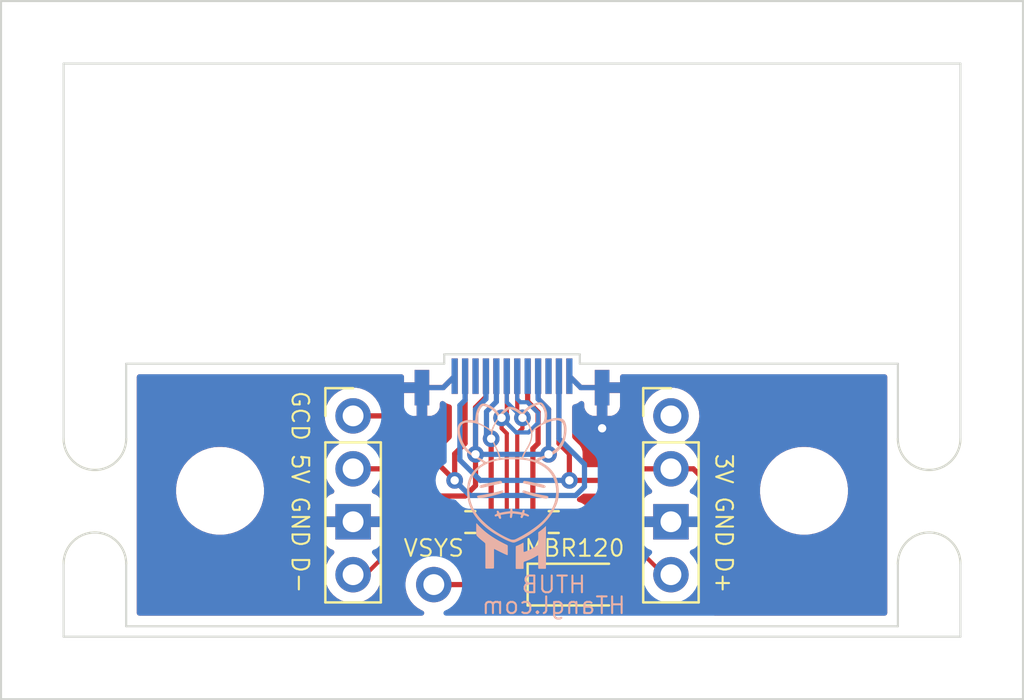
<source format=kicad_pcb>
(kicad_pcb (version 20211014) (generator pcbnew)
  (layers (0 "F.Cu" signal) (31 "B.Cu" signal) (34 "B.Paste" user) (35 "F.Paste" user) (36 "B.SilkS" user "B.Silkscreen") (37 "F.SilkS" user "F.Silkscreen") (38 "B.Mask" user) (39 "F.Mask" user) (44 "Edge.Cuts" user))
  (net 0 "")
  (net 1 "Net-(R1-Pad1)")
  (net 2 "GND")
  (net 3 "Net-(R2-Pad1)")
  (net 4 "+3V3")
  (net 6 "+5V")
  (net 7 "D+")
  (net 8 "D-")
  (net 11 "GCD")
  (net 15 "VSYS")
  (footprint "HTangl:Xunpu C2856665 USBC Straddle Mount" (layer "F.Cu") (at 40 40)
    (fp_text reference "U1" hide)
    (fp_text value "USB_C_Receptacle" hide)
    (pad "A1" smd rect (at 2.75 0) (size 0.3 1.7) (layers "F.Cu" "F.Paste" "F.Mask") (net 2 "GND"))
    (pad "A2" smd rect (at 2.25 0) (size 0.3 1.7) (layers "F.Cu" "F.Paste" "F.Mask") (net 4 "+3V3"))
    (pad "A3" smd rect (at 1.75 0) (size 0.3 1.7) (layers "F.Cu" "F.Paste" "F.Mask"))
    (pad "A4" smd rect (at 1.25 0) (size 0.3 1.7) (layers "F.Cu" "F.Paste" "F.Mask") (net 6 "+5V"))
    (pad "A5" smd rect (at 0.75 0) (size 0.3 1.7) (layers "F.Cu" "F.Paste" "F.Mask") (net 3 "Net-(R2-Pad1)"))
    (pad "A6" smd rect (at 0.25 0) (size 0.3 1.7) (layers "F.Cu" "F.Paste" "F.Mask") (net 7 "D+"))
    (pad "A7" smd rect (at -0.25 0) (size 0.3 1.7) (layers "F.Cu" "F.Paste" "F.Mask") (net 8 "D-"))
    (pad "A8" smd rect (at -0.75 0) (size 0.3 1.7) (layers "F.Cu" "F.Paste" "F.Mask"))
    (pad "A9" smd rect (at -1.25 0) (size 0.3 1.7) (layers "F.Cu" "F.Paste" "F.Mask") (net 6 "+5V"))
    (pad "A10" smd rect (at -1.75 0) (size 0.3 1.7) (layers "F.Cu" "F.Paste" "F.Mask"))
    (pad "A11" smd rect (at -2.25 0) (size 0.3 1.7) (layers "F.Cu" "F.Paste" "F.Mask") (net 11 "GCD"))
    (pad "A12" smd rect (at -2.75 0) (size 0.3 1.7) (layers "F.Cu" "F.Paste" "F.Mask") (net 2 "GND"))
    (pad "B1" smd rect (at -2.75 0) (size 0.3 1.7) (layers "B.Cu" "B.Paste" "B.Mask") (net 2 "GND"))
    (pad "B2" smd rect (at -2.25 0) (size 0.3 1.7) (layers "B.Cu" "B.Paste" "B.Mask") (net 4 "+3V3"))
    (pad "B3" smd rect (at -1.75 0) (size 0.3 1.7) (layers "B.Cu" "B.Paste" "B.Mask"))
    (pad "B4" smd rect (at -1.25 0) (size 0.3 1.7) (layers "B.Cu" "B.Paste" "B.Mask") (net 6 "+5V"))
    (pad "B5" smd rect (at -0.75 0) (size 0.3 1.7) (layers "B.Cu" "B.Paste" "B.Mask") (net 1 "Net-(R1-Pad1)"))
    (pad "B6" smd rect (at -0.25 0) (size 0.3 1.7) (layers "B.Cu" "B.Paste" "B.Mask") (net 7 "D+"))
    (pad "B7" smd rect (at 0.25 0) (size 0.3 1.7) (layers "B.Cu" "B.Paste" "B.Mask") (net 8 "D-"))
    (pad "B8" smd rect (at 0.75 0) (size 0.3 1.7) (layers "B.Cu" "B.Paste" "B.Mask"))
    (pad "B9" smd rect (at 1.25 0) (size 0.3 1.7) (layers "B.Cu" "B.Paste" "B.Mask") (net 6 "+5V"))
    (pad "B10" smd rect (at 1.75 0) (size 0.3 1.7) (layers "B.Cu" "B.Paste" "B.Mask"))
    (pad "B11" smd rect (at 2.25 0) (size 0.3 1.7) (layers "B.Cu" "B.Paste" "B.Mask") (net 11 "GCD"))
    (pad "B12" smd rect (at 2.75 0) (size 0.3 1.7) (layers "B.Cu" "B.Paste" "B.Mask") (net 2 "GND"))
    (pad "S1" smd rect (at 4.32 0.55) (size 0.7 1.7) (layers "F.Cu" "F.Paste" "F.Mask") (net 2 "GND"))
    (pad "S1" smd rect (at -4.32 0.55) (size 0.7 1.7) (layers "F.Cu" "F.Paste" "F.Mask") (net 2 "GND"))
    (pad "S1" smd rect (at -4.32 0.55) (size 0.7 1.7) (layers "B.Cu" "B.Paste" "B.Mask") (net 2 "GND"))
    (pad "S1" smd rect (at 4.32 0.55) (size 0.7 1.7) (layers "B.Cu" "B.Paste" "B.Mask") (net 2 "GND"))
  )
  (footprint "Panelization:mouse-bite-3mm-slot" (layer "F.Cu") (at 20 46 90)
    (fp_text reference "mouse-bite-3mm-slot" hide)
    (fp_text value "VAL**" hide)
    (pad "" np_thru_hole circle locked (at -0.75 -1.5 90) (size 0.5 0.5) (drill 0.5) (layers *.Cu *.Mask))
    (pad "" np_thru_hole circle locked (at -1.512 1.5 90) (size 0.5 0.5) (drill 0.5) (layers *.Cu *.Mask))
    (pad "" np_thru_hole circle locked (at 0.75 1.5 90) (size 0.5 0.5) (drill 0.5) (layers *.Cu *.Mask))
    (pad "" np_thru_hole circle locked (at 0 1.5 90) (size 0.5 0.5) (drill 0.5) (layers *.Cu *.Mask))
    (pad "" np_thru_hole circle locked (at -1.512 -1.5 90) (size 0.5 0.5) (drill 0.5) (layers *.Cu *.Mask))
    (pad "" np_thru_hole circle locked (at 1.524 -1.5 90) (size 0.5 0.5) (drill 0.5) (layers *.Cu *.Mask))
    (pad "" np_thru_hole circle locked (at 1.524 1.5 90) (size 0.5 0.5) (drill 0.5) (layers *.Cu *.Mask))
    (pad "" np_thru_hole circle locked (at -0.762 1.5 90) (size 0.5 0.5) (drill 0.5) (layers *.Cu *.Mask))
    (pad "" np_thru_hole circle locked (at 0.75 -1.5 90) (size 0.5 0.5) (drill 0.5) (layers *.Cu *.Mask))
    (pad "" np_thru_hole circle locked (at 0 -1.5 90) (size 0.5 0.5) (drill 0.5) (layers *.Cu *.Mask))
  )
  (footprint "MountingHole:MountingHole_3.2mm_M3" (layer "F.Cu") (at 26 45.5)
    (fp_text reference "REF**" hide)
    (fp_text value "MountingHole_3.2mm_M3" hide)
    (pad "" np_thru_hole circle locked (at 0 0) (size 3.2 3.2) (drill 3.2) (layers *.Cu *.Mask))
  )
  (footprint "Diode_SMD:D_SOD-123" (layer "F.Cu") (at 43 50)
    (fp_text reference "D1" hide)
    (fp_text value "MBR120" hide)
    (fp_text user "MBR120" (at 0 -1.75 unlocked) (layer "F.SilkS") (effects (font (size 0.8 0.8) (thickness 0.1))))
    (pad "1" smd rect locked (at -1.65 0) (size 0.9 1.2) (layers "F.Cu" "F.Paste" "F.Mask") (net 15 "VSYS"))
    (pad "2" smd rect locked (at 1.65 0) (size 0.9 1.2) (layers "F.Cu" "F.Paste" "F.Mask") (net 4 "+3V3"))
  )
  (footprint "MountingHole:MountingHole_3.2mm_M3" (layer "F.Cu") (at 54 45.5)
    (fp_text reference "REF**" hide)
    (fp_text value "MountingHole_3.2mm_M3" hide)
    (pad "" np_thru_hole circle locked (at 0 0) (size 3.2 3.2) (drill 3.2) (layers *.Cu *.Mask))
  )
  (footprint "Connector_PinHeader_2.54mm:PinHeader_1x04_P2.54mm_Vertical" (layer "F.Cu") (at 32.38 41.905)
    (fp_text reference "REF**" hide)
    (fp_text value "PinHeader_1x04_P2.54mm_Vertical" hide)
    (pad "1" thru_hole circle locked (at 0 0) (size 1.7 1.7) (drill 1) (layers *.Cu *.Mask) (net 11 "GCD"))
    (pad "2" thru_hole oval locked (at 0 2.54) (size 1.7 1.7) (drill 1) (layers *.Cu *.Mask) (net 6 "+5V"))
    (pad "3" thru_hole rect locked (at 0 5.08) (size 1.7 1.7) (drill 1) (layers *.Cu *.Mask) (net 2 "GND"))
    (pad "4" thru_hole oval locked (at 0 7.62) (size 1.7 1.7) (drill 1) (layers *.Cu *.Mask) (net 8 "D-"))
  )
  (footprint "Connector_PinHeader_2.54mm:PinHeader_1x01_P2.54mm_Vertical" (layer "F.Cu") (at 36.25 50)
    (fp_text reference "VSYS" (at 0 -1.75) (layer "F.SilkS") (effects (font (size 0.8 0.8) (thickness 0.1))))
    (fp_text value "PinHeader_1x01_P2.54mm_Vertical" hide)
    (pad "1" thru_hole circle (at 0 0) (size 1.7 1.7) (drill 1) (layers *.Cu *.Mask) (net 15 "VSYS"))
  )
  (footprint "Panelization:mouse-bite-3mm-slot" (layer "F.Cu") (at 60 46 90)
    (fp_text reference "mouse-bite-3mm-slot" hide)
    (fp_text value "VAL**" hide)
    (pad "" np_thru_hole circle locked (at -1.512 -1.5 90) (size 0.5 0.5) (drill 0.5) (layers *.Cu *.Mask))
    (pad "" np_thru_hole circle locked (at -0.75 -1.5 90) (size 0.5 0.5) (drill 0.5) (layers *.Cu *.Mask))
    (pad "" np_thru_hole circle locked (at 0.75 1.5 90) (size 0.5 0.5) (drill 0.5) (layers *.Cu *.Mask))
    (pad "" np_thru_hole circle locked (at -1.512 1.5 90) (size 0.5 0.5) (drill 0.5) (layers *.Cu *.Mask))
    (pad "" np_thru_hole circle locked (at -0.762 1.5 90) (size 0.5 0.5) (drill 0.5) (layers *.Cu *.Mask))
    (pad "" np_thru_hole circle locked (at 0.75 -1.5 90) (size 0.5 0.5) (drill 0.5) (layers *.Cu *.Mask))
    (pad "" np_thru_hole circle locked (at 1.524 1.5 90) (size 0.5 0.5) (drill 0.5) (layers *.Cu *.Mask))
    (pad "" np_thru_hole circle locked (at 0 -1.5 90) (size 0.5 0.5) (drill 0.5) (layers *.Cu *.Mask))
    (pad "" np_thru_hole circle locked (at 1.524 -1.5 90) (size 0.5 0.5) (drill 0.5) (layers *.Cu *.Mask))
    (pad "" np_thru_hole circle locked (at 0 1.5 90) (size 0.5 0.5) (drill 0.5) (layers *.Cu *.Mask))
  )
  (footprint "Resistor_SMD:R_0603_1608Metric" (layer "F.Cu") (at 42 47)
    (fp_text reference "R2" hide)
    (fp_text value "5.1k")
    (pad "1" smd roundrect locked (at -0.825 0) (size 0.8 0.95) (layers "F.Cu" "F.Paste" "F.Mask") (net 3 "Net-(R2-Pad1)"))
    (pad "2" smd roundrect locked (at 0.825 0) (size 0.8 0.95) (layers "F.Cu" "F.Paste" "F.Mask") (net 2 "GND"))
  )
  (footprint "Resistor_SMD:R_0603_1608Metric" (layer "F.Cu") (at 38 47 180)
    (fp_text reference "R1" hide)
    (fp_text value "5.1k")
    (pad "1" smd roundrect locked (at -0.825 0 180) (size 0.8 0.95) (layers "F.Cu" "F.Paste" "F.Mask") (net 1 "Net-(R1-Pad1)"))
    (pad "2" smd roundrect locked (at 0.825 0 180) (size 0.8 0.95) (layers "F.Cu" "F.Paste" "F.Mask") (net 2 "GND"))
  )
  (footprint "Connector_PinHeader_2.54mm:PinHeader_1x04_P2.54mm_Vertical" (layer "F.Cu") (at 47.62 41.905)
    (fp_text reference "REF**" hide)
    (fp_text value "PinHeader_1x04_P2.54mm_Vertical" hide)
    (pad "1" thru_hole circle locked (at 0 0) (size 1.7 1.7) (drill 1) (layers *.Cu *.Mask))
    (pad "2" thru_hole oval locked (at 0 2.54) (size 1.7 1.7) (drill 1) (layers *.Cu *.Mask) (net 4 "+3V3"))
    (pad "3" thru_hole rect locked (at 0 5.08) (size 1.7 1.7) (drill 1) (layers *.Cu *.Mask) (net 2 "GND"))
    (pad "4" thru_hole circle locked (at 0 7.62) (size 1.7 1.7) (drill 1) (layers *.Cu *.Mask) (net 7 "D+"))
  )
  (footprint "htangl:HTurnip_Tiny" (layer "B.Cu") (at 40 45.25 180)
    (fp_text reference "G***" hide)
    (fp_text value "LOGO" hide)
  )
  (gr_line (start 61.5 52.5) (end 61.5 49) (layer "Edge.Cuts") (width 0.1))
  (gr_line (start 15.5 22) (end 15.5 55.5) (layer "Edge.Cuts") (width 0.1))
  (gr_line (start 36.75 39.4) (end 21.5 39.4) (layer "Edge.Cuts") (width 0.1))
  (gr_line (start 21.5 52) (end 58.5 52) (layer "Edge.Cuts") (width 0.1))
  (gr_arc (start 61.5 43) (mid 60 44.5) (end 58.5 43) (layer "Edge.Cuts") (width 0.1))
  (gr_line (start 18.5 52.5) (end 61.5 52.5) (layer "Edge.Cuts") (width 0.1))
  (gr_line (start 36.75 38.95) (end 43.25 38.95) (layer "Edge.Cuts") (width 0.1))
  (gr_line (start 64.5 55.5) (end 15.5 55.5) (layer "Edge.Cuts") (width 0.1))
  (gr_line (start 21.5 43) (end 21.5 39.4) (layer "Edge.Cuts") (width 0.1))
  (gr_line (start 21.5 49) (end 21.5 52) (layer "Edge.Cuts") (width 0.1))
  (gr_arc (start 18.5 49) (mid 20 47.5) (end 21.5 49) (layer "Edge.Cuts") (width 0.1))
  (gr_line (start 43.25 39.4) (end 58.5 39.4) (layer "Edge.Cuts") (width 0.1))
  (gr_line (start 15.5 22) (end 64.5 22) (layer "Edge.Cuts") (width 0.1))
  (gr_line (start 43.25 38.95) (end 43.25 39.4) (layer "Edge.Cuts") (width 0.1))
  (gr_line (start 18.5 25) (end 61.5 25) (layer "Edge.Cuts") (width 0.1))
  (gr_line (start 58.5 43) (end 58.5 39.4) (layer "Edge.Cuts") (width 0.1))
  (gr_line (start 64.5 22) (end 64.5 55.5) (layer "Edge.Cuts") (width 0.1))
  (gr_line (start 18.5 49) (end 18.5 52.5) (layer "Edge.Cuts") (width 0.1))
  (gr_line (start 36.75 38.95) (end 36.75 39.4) (layer "Edge.Cuts") (width 0.1))
  (gr_line (start 61.5 25) (end 61.5 43) (layer "Edge.Cuts") (width 0.1))
  (gr_arc (start 58.5 49) (mid 60 47.5) (end 61.5 49) (layer "Edge.Cuts") (width 0.1))
  (gr_line (start 58.5 49) (end 58.5 52) (layer "Edge.Cuts") (width 0.1))
  (gr_line (start 18.5 43) (end 18.5 25) (layer "Edge.Cuts") (width 0.1))
  (gr_arc (start 21.5 43) (mid 20 44.5) (end 18.5 43) (layer "Edge.Cuts") (width 0.1))
  (gr_text "HTUB" (at 42 50) (layer "B.SilkS") (effects (font (size 0.8 0.8) (thickness 0.1)) (justify mirror)))
  (gr_text "HTangl.com" (at 42 51) (layer "B.SilkS") (effects (font (size 0.8 0.8) (thickness 0.1)) (justify mirror)))
  (gr_text "GCD" (at 29.84 41.905 270) (layer "F.SilkS") (effects (font (size 0.8 0.8) (thickness 0.1))))
  (gr_text "D-" (at 29.84 49.525 270) (layer "F.SilkS") (effects (font (size 0.8 0.8) (thickness 0.1))))
  (gr_text "GND" (at 50.16 46.985 270) (layer "F.SilkS") (effects (font (size 0.8 0.8) (thickness 0.1))))
  (gr_text "D+\n" (at 50.16 49.525 270) (layer "F.SilkS") (effects (font (size 0.8 0.8) (thickness 0.1))))
  (gr_text "3V" (at 50.16 44.445 270) (layer "F.SilkS") (effects (font (size 0.8 0.8) (thickness 0.1))))
  (gr_text "5V" (at 29.84 44.445 270) (layer "F.SilkS") (effects (font (size 0.8 0.8) (thickness 0.1))))
  (gr_text "GND" (at 29.84 46.985 270) (layer "F.SilkS") (effects (font (size 0.8 0.8) (thickness 0.1))))
  (segment (start 39 43) (end 39 46.825) (width 0.25) (layer "F.Cu") (net 1))
  (segment (start 39 46.825) (end 38.825 47) (width 0.25) (layer "F.Cu") (net 1))
  (via (at 39 43) (size 0.8) (drill 0.4) (layers "F.Cu" "B.Cu") (net 1))
  (segment (start 39.25 40) (end 39.25 41.225386) (width 0.25) (layer "B.Cu") (net 1))
  (segment (start 38.775489 41.699897) (end 38.775489 42.775489) (width 0.25) (layer "B.Cu") (net 1))
  (segment (start 38.775489 42.775489) (end 39 43) (width 0.25) (layer "B.Cu") (net 1))
  (segment (start 39.25 41.225386) (end 38.775489 41.699897) (width 0.25) (layer "B.Cu") (net 1))
  (segment (start 42.75 40) (end 43.3 40.55) (width 0.25) (layer "F.Cu") (net 2))
  (segment (start 43.3 40.55) (end 44.32 40.55) (width 0.25) (layer "F.Cu") (net 2))
  (segment (start 37.25 40) (end 36.7 40.55) (width 0.25) (layer "F.Cu") (net 2))
  (segment (start 36.7 40.55) (end 35.68 40.55) (width 0.25) (layer "F.Cu") (net 2))
  (via (at 44.32 42.5) (size 0.8) (drill 0.4) (layers "F.Cu" "B.Cu") (net 2))
  (segment (start 42.75 40) (end 43.3 40.55) (width 0.25) (layer "B.Cu") (net 2))
  (segment (start 43.3 40.55) (end 44.32 40.55) (width 0.25) (layer "B.Cu") (net 2))
  (segment (start 37.25 40) (end 36.7 40.55) (width 0.25) (layer "B.Cu") (net 2))
  (segment (start 36.7 40.55) (end 35.68 40.55) (width 0.25) (layer "B.Cu") (net 2))
  (segment (start 40.75 41.225386) (end 41.25 41.725386) (width 0.25) (layer "F.Cu") (net 3))
  (segment (start 41 46.825) (end 41.175 47) (width 0.25) (layer "F.Cu") (net 3))
  (segment (start 40.75 40) (end 40.75 41.225386) (width 0.25) (layer "F.Cu") (net 3))
  (segment (start 41 43.475386) (end 41 46.825) (width 0.25) (layer "F.Cu") (net 3))
  (segment (start 41.25 41.725386) (end 41.25 43.225386) (width 0.25) (layer "F.Cu") (net 3))
  (segment (start 41.25 43.225386) (end 41 43.475386) (width 0.25) (layer "F.Cu") (net 3))
  (segment (start 42.25 43.225386) (end 42.75 43.725386) (width 0.25) (layer "F.Cu") (net 4))
  (segment (start 42.25 40) (end 42.25 43.225386) (width 0.25) (layer "F.Cu") (net 4))
  (segment (start 49.5 45.25) (end 48.695 44.445) (width 0.25) (layer "F.Cu") (net 4))
  (segment (start 42.75 45) (end 44.5 45) (width 0.25) (layer "F.Cu") (net 4))
  (segment (start 48.695 44.445) (end 47.62 44.445) (width 0.25) (layer "F.Cu") (net 4))
  (segment (start 45 50) (end 46 51) (width 0.25) (layer "F.Cu") (net 4))
  (segment (start 45.055 44.445) (end 47.62 44.445) (width 0.25) (layer "F.Cu") (net 4))
  (segment (start 49.5 50.5) (end 49.5 45.25) (width 0.25) (layer "F.Cu") (net 4))
  (segment (start 42.75 43.725386) (end 42.75 45) (width 0.25) (layer "F.Cu") (net 4))
  (segment (start 44.5 45) (end 45.055 44.445) (width 0.25) (layer "F.Cu") (net 4))
  (segment (start 44.65 50) (end 45 50) (width 0.25) (layer "F.Cu") (net 4))
  (segment (start 49 51) (end 49.5 50.5) (width 0.25) (layer "F.Cu") (net 4))
  (segment (start 46 51) (end 49 51) (width 0.25) (layer "F.Cu") (net 4))
  (via (at 42.75 45) (size 0.8) (drill 0.4) (layers "F.Cu" "B.Cu") (net 4))
  (segment (start 42.75 45) (end 38.475386 45) (width 0.25) (layer "B.Cu") (net 4))
  (segment (start 38.475386 45) (end 37.5 44.024614) (width 0.25) (layer "B.Cu") (net 4))
  (segment (start 37.5 41.399022) (end 37.75 41.149022) (width 0.25) (layer "B.Cu") (net 4))
  (segment (start 37.5 44.024614) (end 37.5 41.399022) (width 0.25) (layer "B.Cu") (net 4))
  (segment (start 37.75 41.149022) (end 37.75 40) (width 0.25) (layer "B.Cu") (net 4))
  (segment (start 38.25 43.75) (end 38.25 41.5) (width 0.25) (layer "F.Cu") (net 6))
  (segment (start 41.75 41.589668) (end 41.75 43.75) (width 0.25) (layer "F.Cu") (net 6))
  (segment (start 38.25 45.25) (end 37.75 45.75) (width 0.25) (layer "F.Cu") (net 6))
  (segment (start 38.75 41) (end 38.75 40) (width 0.25) (layer "F.Cu") (net 6))
  (segment (start 41.25 41.089668) (end 41.75 41.589668) (width 0.25) (layer "F.Cu") (net 6))
  (segment (start 33.695 44.445) (end 32.38 44.445) (width 0.25) (layer "F.Cu") (net 6))
  (segment (start 37.75 45.75) (end 35 45.75) (width 0.25) (layer "F.Cu") (net 6))
  (segment (start 38.25 41.5) (end 38.75 41) (width 0.25) (layer "F.Cu") (net 6))
  (segment (start 35 45.75) (end 33.695 44.445) (width 0.25) (layer "F.Cu") (net 6))
  (segment (start 41.25 40) (end 41.25 41.089668) (width 0.25) (layer "F.Cu") (net 6))
  (segment (start 38.25 43.75) (end 38.25 45.25) (width 0.25) (layer "F.Cu") (net 6))
  (via (at 41.75 43.75) (size 0.8) (drill 0.4) (layers "F.Cu" "B.Cu") (net 6))
  (via (at 38.25 43.75) (size 0.8) (drill 0.4) (layers "F.Cu" "B.Cu") (net 6))
  (segment (start 38.75 40) (end 38.75 41.089668) (width 0.25) (layer "B.Cu") (net 6))
  (segment (start 38.75 41.089668) (end 38.25 41.589668) (width 0.25) (layer "B.Cu") (net 6))
  (segment (start 41.25 41.089668) (end 41.75 41.589668) (width 0.25) (layer "B.Cu") (net 6))
  (segment (start 41.75 41.589668) (end 41.75 43.75) (width 0.25) (layer "B.Cu") (net 6))
  (segment (start 38.25 43.75) (end 41.75 43.75) (width 0.25) (layer "B.Cu") (net 6))
  (segment (start 38.25 41.589668) (end 38.25 43.75) (width 0.25) (layer "B.Cu") (net 6))
  (segment (start 41.25 40) (end 41.25 41.089668) (width 0.25) (layer "B.Cu") (net 6))
  (segment (start 46 48.25) (end 47.275 49.525) (width 0.2) (layer "F.Cu") (net 7))
  (segment (start 40.5 42.5) (end 40.25 42.75) (width 0.2) (layer "F.Cu") (net 7))
  (segment (start 40.25 41.75) (end 40.5 42) (width 0.2) (layer "F.Cu") (net 7))
  (segment (start 40.75 48.25) (end 46 48.25) (width 0.2) (layer "F.Cu") (net 7))
  (segment (start 40.25 47.75) (end 40.75 48.25) (width 0.2) (layer "F.Cu") (net 7))
  (segment (start 40.5 42) (end 40.5 42.5) (width 0.2) (layer "F.Cu") (net 7))
  (segment (start 47.275 49.525) (end 47.62 49.525) (width 0.2) (layer "F.Cu") (net 7))
  (segment (start 40.25 42.75) (end 40.25 47.75) (width 0.2) (layer "F.Cu") (net 7))
  (segment (start 40.25 40) (end 40.25 41.75) (width 0.2) (layer "F.Cu") (net 7))
  (via (at 40.5 42) (size 0.8) (drill 0.4) (layers "F.Cu" "B.Cu") (net 7))
  (segment (start 39.75 41.25) (end 39.75 40) (width 0.2) (layer "B.Cu") (net 7))
  (segment (start 40.5 42) (end 39.75 41.25) (width 0.2) (layer "B.Cu") (net 7))
  (segment (start 39.5 42.5) (end 39.75 42.75) (width 0.2) (layer "F.Cu") (net 8))
  (segment (start 39.75 41.75) (end 39.5 42) (width 0.2) (layer "F.Cu") (net 8))
  (segment (start 39.5 42) (end 39.5 42.5) (width 0.2) (layer "F.Cu") (net 8))
  (segment (start 34.25 48.25) (end 32.975 49.525) (width 0.2) (layer "F.Cu") (net 8))
  (segment (start 39.75 42.75) (end 39.75 47.75) (width 0.2) (layer "F.Cu") (net 8))
  (segment (start 39.75 47.75) (end 39.25 48.25) (width 0.2) (layer "F.Cu") (net 8))
  (segment (start 39.75 40) (end 39.75 41.75) (width 0.2) (layer "F.Cu") (net 8))
  (segment (start 39.25 48.25) (end 34.25 48.25) (width 0.2) (layer "F.Cu") (net 8))
  (segment (start 32.975 49.525) (end 32.38 49.525) (width 0.2) (layer "F.Cu") (net 8))
  (via (at 39.5 42) (size 0.8) (drill 0.4) (layers "F.Cu" "B.Cu") (net 8))
  (segment (start 41.25 41.760741) (end 40.739259 41.25) (width 0.2) (layer "B.Cu") (net 8))
  (segment (start 40.199511 42.699511) (end 40.789748 42.699511) (width 0.2) (layer "B.Cu") (net 8))
  (segment (start 40.25 41.099022) (end 40.25 40) (width 0.2) (layer "B.Cu") (net 8))
  (segment (start 40.739259 41.25) (end 40.400978 41.25) (width 0.2) (layer "B.Cu") (net 8))
  (segment (start 41.25 42.239259) (end 41.25 41.760741) (width 0.2) (layer "B.Cu") (net 8))
  (segment (start 39.5 42) (end 40.199511 42.699511) (width 0.2) (layer "B.Cu") (net 8))
  (segment (start 40.789748 42.699511) (end 41.25 42.239259) (width 0.2) (layer "B.Cu") (net 8))
  (segment (start 40.400978 41.25) (end 40.25 41.099022) (width 0.2) (layer "B.Cu") (net 8))
  (segment (start 37.75 43.225386) (end 37.25 43.725386) (width 0.25) (layer "F.Cu") (net 11))
  (segment (start 37.25 43.725386) (end 37.25 45) (width 0.25) (layer "F.Cu") (net 11))
  (segment (start 34.155 41.905) (end 32.38 41.905) (width 0.25) (layer "F.Cu") (net 11))
  (segment (start 37.25 45) (end 34.155 41.905) (width 0.25) (layer "F.Cu") (net 11))
  (segment (start 37.75 43.225386) (end 37.75 40) (width 0.25) (layer "F.Cu") (net 11))
  (via (at 37.25 45) (size 0.8) (drill 0.4) (layers "F.Cu" "B.Cu") (net 11))
  (segment (start 43.050103 45.724511) (end 43.474511 45.300103) (width 0.25) (layer "B.Cu") (net 11))
  (segment (start 43.474511 44.224511) (end 42.25 43) (width 0.25) (layer "B.Cu") (net 11))
  (segment (start 37.974511 45.724511) (end 43.050103 45.724511) (width 0.25) (layer "B.Cu") (net 11))
  (segment (start 37.25 45) (end 37.974511 45.724511) (width 0.25) (layer "B.Cu") (net 11))
  (segment (start 42.25 43) (end 42.25 40) (width 0.25) (layer "B.Cu") (net 11))
  (segment (start 43.474511 45.300103) (end 43.474511 44.224511) (width 0.25) (layer "B.Cu") (net 11))
  (segment (start 41.35 50) (end 36.25 50) (width 0.25) (layer "F.Cu") (net 15))
  (zone (net 2) (net_name "GND") (layers F&B.Cu) (connect_pads (clearance 0.508)) (min_thickness 0.254) (fill yes (thermal_gap 0.508) (thermal_bridge_width 0.508))
    (polygon (pts (xy 43.3 39.35) (xy 58.55 39.35) (xy 58.55 52.05) (xy 21.45 52.05) (xy 21.45 39.35) (xy 36.7 39.35) (xy 36.7 38.9) (xy 43.3 38.9)))
  )
)
</source>
